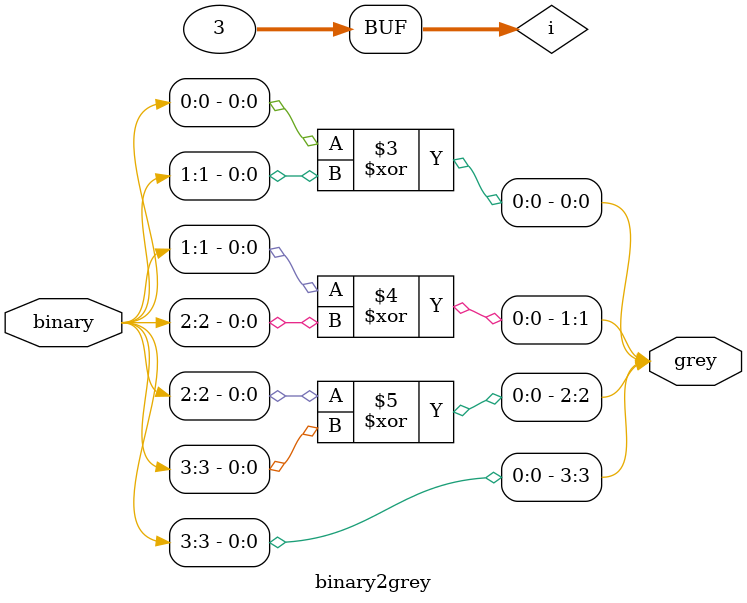
<source format=v>
module binary2grey #(parameter n=4)
  (
  input [n-1:0] binary,
  output reg [n-1:0]grey);
  integer i;
  always@(*) begin                                                
    for(i=0;i<n-1;i=i+1) begin
       grey[i]=binary[i]^binary[i+1];
    end
   grey[n-1]=binary[n-1];
    end
endmodule

</source>
